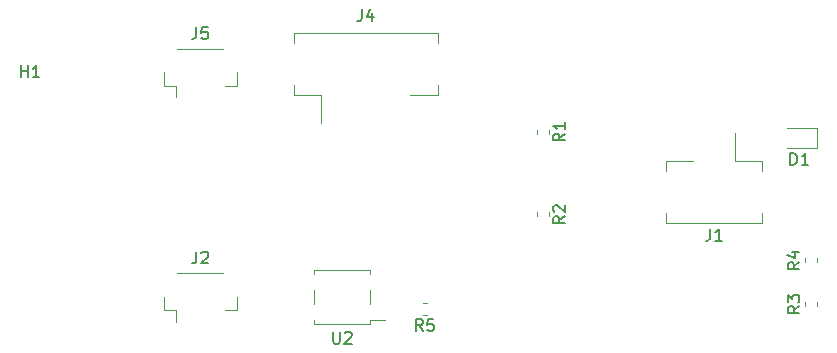
<source format=gto>
G04 #@! TF.GenerationSoftware,KiCad,Pcbnew,(5.1.5-0)*
G04 #@! TF.CreationDate,2021-01-24T14:42:45-07:00*
G04 #@! TF.ProjectId,back_v3,6261636b-5f76-4332-9e6b-696361645f70,rev?*
G04 #@! TF.SameCoordinates,Original*
G04 #@! TF.FileFunction,Legend,Top*
G04 #@! TF.FilePolarity,Positive*
%FSLAX46Y46*%
G04 Gerber Fmt 4.6, Leading zero omitted, Abs format (unit mm)*
G04 Created by KiCad (PCBNEW (5.1.5-0)) date 2021-01-24 14:42:45*
%MOMM*%
%LPD*%
G04 APERTURE LIST*
%ADD10C,0.120000*%
%ADD11C,0.150000*%
G04 APERTURE END LIST*
D10*
X133650000Y-120380000D02*
X133650000Y-121620000D01*
X138350000Y-120380000D02*
X138350000Y-121620000D01*
X138350000Y-122950000D02*
X138350000Y-123300000D01*
X138350000Y-123300000D02*
X133650000Y-123300000D01*
X133650000Y-123300000D02*
X133650000Y-122950000D01*
X138350000Y-122950000D02*
X139600000Y-122950000D01*
X138350000Y-119050000D02*
X138350000Y-118700000D01*
X138350000Y-118700000D02*
X133650000Y-118700000D01*
X133650000Y-118700000D02*
X133650000Y-119050000D01*
X143171267Y-121490000D02*
X142828733Y-121490000D01*
X143171267Y-122510000D02*
X142828733Y-122510000D01*
X122060000Y-118990000D02*
X125940000Y-118990000D01*
X127110000Y-122110000D02*
X126060000Y-122110000D01*
X127110000Y-120960000D02*
X127110000Y-122110000D01*
X121940000Y-122110000D02*
X121940000Y-123100000D01*
X120890000Y-122110000D02*
X121940000Y-122110000D01*
X120890000Y-120960000D02*
X120890000Y-122110000D01*
X176210000Y-118071267D02*
X176210000Y-117728733D01*
X175190000Y-118071267D02*
X175190000Y-117728733D01*
X176210000Y-121771267D02*
X176210000Y-121428733D01*
X175190000Y-121771267D02*
X175190000Y-121428733D01*
X176200000Y-108350000D02*
X173650000Y-108350000D01*
X176200000Y-106650000D02*
X173650000Y-106650000D01*
X176200000Y-108350000D02*
X176200000Y-106650000D01*
X152490000Y-113828733D02*
X152490000Y-114171267D01*
X153510000Y-113828733D02*
X153510000Y-114171267D01*
X152490000Y-106828733D02*
X152490000Y-107171267D01*
X153510000Y-106828733D02*
X153510000Y-107171267D01*
X122060000Y-99990000D02*
X125940000Y-99990000D01*
X127110000Y-103110000D02*
X126060000Y-103110000D01*
X127110000Y-101960000D02*
X127110000Y-103110000D01*
X121940000Y-103110000D02*
X121940000Y-104100000D01*
X120890000Y-103110000D02*
X121940000Y-103110000D01*
X120890000Y-101960000D02*
X120890000Y-103110000D01*
X144085000Y-98640000D02*
X144085000Y-99490000D01*
X131915000Y-98640000D02*
X144085000Y-98640000D01*
X131915000Y-99490000D02*
X131915000Y-98640000D01*
X144085000Y-103860000D02*
X141760000Y-103860000D01*
X144085000Y-103010000D02*
X144085000Y-103860000D01*
X134240000Y-103860000D02*
X134240000Y-106250000D01*
X131915000Y-103860000D02*
X134240000Y-103860000D01*
X131915000Y-103010000D02*
X131915000Y-103860000D01*
X163415000Y-114710000D02*
X163415000Y-113860000D01*
X171585000Y-114710000D02*
X163415000Y-114710000D01*
X171585000Y-113860000D02*
X171585000Y-114710000D01*
X163415000Y-109490000D02*
X165740000Y-109490000D01*
X163415000Y-110340000D02*
X163415000Y-109490000D01*
X169260000Y-109490000D02*
X169260000Y-107100000D01*
X171585000Y-109490000D02*
X169260000Y-109490000D01*
X171585000Y-110340000D02*
X171585000Y-109490000D01*
D11*
X108803095Y-102367380D02*
X108803095Y-101367380D01*
X108803095Y-101843571D02*
X109374523Y-101843571D01*
X109374523Y-102367380D02*
X109374523Y-101367380D01*
X110374523Y-102367380D02*
X109803095Y-102367380D01*
X110088809Y-102367380D02*
X110088809Y-101367380D01*
X109993571Y-101510238D01*
X109898333Y-101605476D01*
X109803095Y-101653095D01*
X135238095Y-123952380D02*
X135238095Y-124761904D01*
X135285714Y-124857142D01*
X135333333Y-124904761D01*
X135428571Y-124952380D01*
X135619047Y-124952380D01*
X135714285Y-124904761D01*
X135761904Y-124857142D01*
X135809523Y-124761904D01*
X135809523Y-123952380D01*
X136238095Y-124047619D02*
X136285714Y-124000000D01*
X136380952Y-123952380D01*
X136619047Y-123952380D01*
X136714285Y-124000000D01*
X136761904Y-124047619D01*
X136809523Y-124142857D01*
X136809523Y-124238095D01*
X136761904Y-124380952D01*
X136190476Y-124952380D01*
X136809523Y-124952380D01*
X142833333Y-123882380D02*
X142500000Y-123406190D01*
X142261904Y-123882380D02*
X142261904Y-122882380D01*
X142642857Y-122882380D01*
X142738095Y-122930000D01*
X142785714Y-122977619D01*
X142833333Y-123072857D01*
X142833333Y-123215714D01*
X142785714Y-123310952D01*
X142738095Y-123358571D01*
X142642857Y-123406190D01*
X142261904Y-123406190D01*
X143738095Y-122882380D02*
X143261904Y-122882380D01*
X143214285Y-123358571D01*
X143261904Y-123310952D01*
X143357142Y-123263333D01*
X143595238Y-123263333D01*
X143690476Y-123310952D01*
X143738095Y-123358571D01*
X143785714Y-123453809D01*
X143785714Y-123691904D01*
X143738095Y-123787142D01*
X143690476Y-123834761D01*
X143595238Y-123882380D01*
X143357142Y-123882380D01*
X143261904Y-123834761D01*
X143214285Y-123787142D01*
X123666666Y-117152380D02*
X123666666Y-117866666D01*
X123619047Y-118009523D01*
X123523809Y-118104761D01*
X123380952Y-118152380D01*
X123285714Y-118152380D01*
X124095238Y-117247619D02*
X124142857Y-117200000D01*
X124238095Y-117152380D01*
X124476190Y-117152380D01*
X124571428Y-117200000D01*
X124619047Y-117247619D01*
X124666666Y-117342857D01*
X124666666Y-117438095D01*
X124619047Y-117580952D01*
X124047619Y-118152380D01*
X124666666Y-118152380D01*
X174722380Y-118066666D02*
X174246190Y-118400000D01*
X174722380Y-118638095D02*
X173722380Y-118638095D01*
X173722380Y-118257142D01*
X173770000Y-118161904D01*
X173817619Y-118114285D01*
X173912857Y-118066666D01*
X174055714Y-118066666D01*
X174150952Y-118114285D01*
X174198571Y-118161904D01*
X174246190Y-118257142D01*
X174246190Y-118638095D01*
X174055714Y-117209523D02*
X174722380Y-117209523D01*
X173674761Y-117447619D02*
X174389047Y-117685714D01*
X174389047Y-117066666D01*
X174722380Y-121766666D02*
X174246190Y-122100000D01*
X174722380Y-122338095D02*
X173722380Y-122338095D01*
X173722380Y-121957142D01*
X173770000Y-121861904D01*
X173817619Y-121814285D01*
X173912857Y-121766666D01*
X174055714Y-121766666D01*
X174150952Y-121814285D01*
X174198571Y-121861904D01*
X174246190Y-121957142D01*
X174246190Y-122338095D01*
X173722380Y-121433333D02*
X173722380Y-120814285D01*
X174103333Y-121147619D01*
X174103333Y-121004761D01*
X174150952Y-120909523D01*
X174198571Y-120861904D01*
X174293809Y-120814285D01*
X174531904Y-120814285D01*
X174627142Y-120861904D01*
X174674761Y-120909523D01*
X174722380Y-121004761D01*
X174722380Y-121290476D01*
X174674761Y-121385714D01*
X174627142Y-121433333D01*
X173961904Y-109802380D02*
X173961904Y-108802380D01*
X174200000Y-108802380D01*
X174342857Y-108850000D01*
X174438095Y-108945238D01*
X174485714Y-109040476D01*
X174533333Y-109230952D01*
X174533333Y-109373809D01*
X174485714Y-109564285D01*
X174438095Y-109659523D01*
X174342857Y-109754761D01*
X174200000Y-109802380D01*
X173961904Y-109802380D01*
X175485714Y-109802380D02*
X174914285Y-109802380D01*
X175200000Y-109802380D02*
X175200000Y-108802380D01*
X175104761Y-108945238D01*
X175009523Y-109040476D01*
X174914285Y-109088095D01*
X154882380Y-114166666D02*
X154406190Y-114500000D01*
X154882380Y-114738095D02*
X153882380Y-114738095D01*
X153882380Y-114357142D01*
X153930000Y-114261904D01*
X153977619Y-114214285D01*
X154072857Y-114166666D01*
X154215714Y-114166666D01*
X154310952Y-114214285D01*
X154358571Y-114261904D01*
X154406190Y-114357142D01*
X154406190Y-114738095D01*
X153977619Y-113785714D02*
X153930000Y-113738095D01*
X153882380Y-113642857D01*
X153882380Y-113404761D01*
X153930000Y-113309523D01*
X153977619Y-113261904D01*
X154072857Y-113214285D01*
X154168095Y-113214285D01*
X154310952Y-113261904D01*
X154882380Y-113833333D01*
X154882380Y-113214285D01*
X154882380Y-107166666D02*
X154406190Y-107500000D01*
X154882380Y-107738095D02*
X153882380Y-107738095D01*
X153882380Y-107357142D01*
X153930000Y-107261904D01*
X153977619Y-107214285D01*
X154072857Y-107166666D01*
X154215714Y-107166666D01*
X154310952Y-107214285D01*
X154358571Y-107261904D01*
X154406190Y-107357142D01*
X154406190Y-107738095D01*
X154882380Y-106214285D02*
X154882380Y-106785714D01*
X154882380Y-106500000D02*
X153882380Y-106500000D01*
X154025238Y-106595238D01*
X154120476Y-106690476D01*
X154168095Y-106785714D01*
X123666666Y-98152380D02*
X123666666Y-98866666D01*
X123619047Y-99009523D01*
X123523809Y-99104761D01*
X123380952Y-99152380D01*
X123285714Y-99152380D01*
X124619047Y-98152380D02*
X124142857Y-98152380D01*
X124095238Y-98628571D01*
X124142857Y-98580952D01*
X124238095Y-98533333D01*
X124476190Y-98533333D01*
X124571428Y-98580952D01*
X124619047Y-98628571D01*
X124666666Y-98723809D01*
X124666666Y-98961904D01*
X124619047Y-99057142D01*
X124571428Y-99104761D01*
X124476190Y-99152380D01*
X124238095Y-99152380D01*
X124142857Y-99104761D01*
X124095238Y-99057142D01*
X137666666Y-96652380D02*
X137666666Y-97366666D01*
X137619047Y-97509523D01*
X137523809Y-97604761D01*
X137380952Y-97652380D01*
X137285714Y-97652380D01*
X138571428Y-96985714D02*
X138571428Y-97652380D01*
X138333333Y-96604761D02*
X138095238Y-97319047D01*
X138714285Y-97319047D01*
X167166666Y-115252380D02*
X167166666Y-115966666D01*
X167119047Y-116109523D01*
X167023809Y-116204761D01*
X166880952Y-116252380D01*
X166785714Y-116252380D01*
X168166666Y-116252380D02*
X167595238Y-116252380D01*
X167880952Y-116252380D02*
X167880952Y-115252380D01*
X167785714Y-115395238D01*
X167690476Y-115490476D01*
X167595238Y-115538095D01*
M02*

</source>
